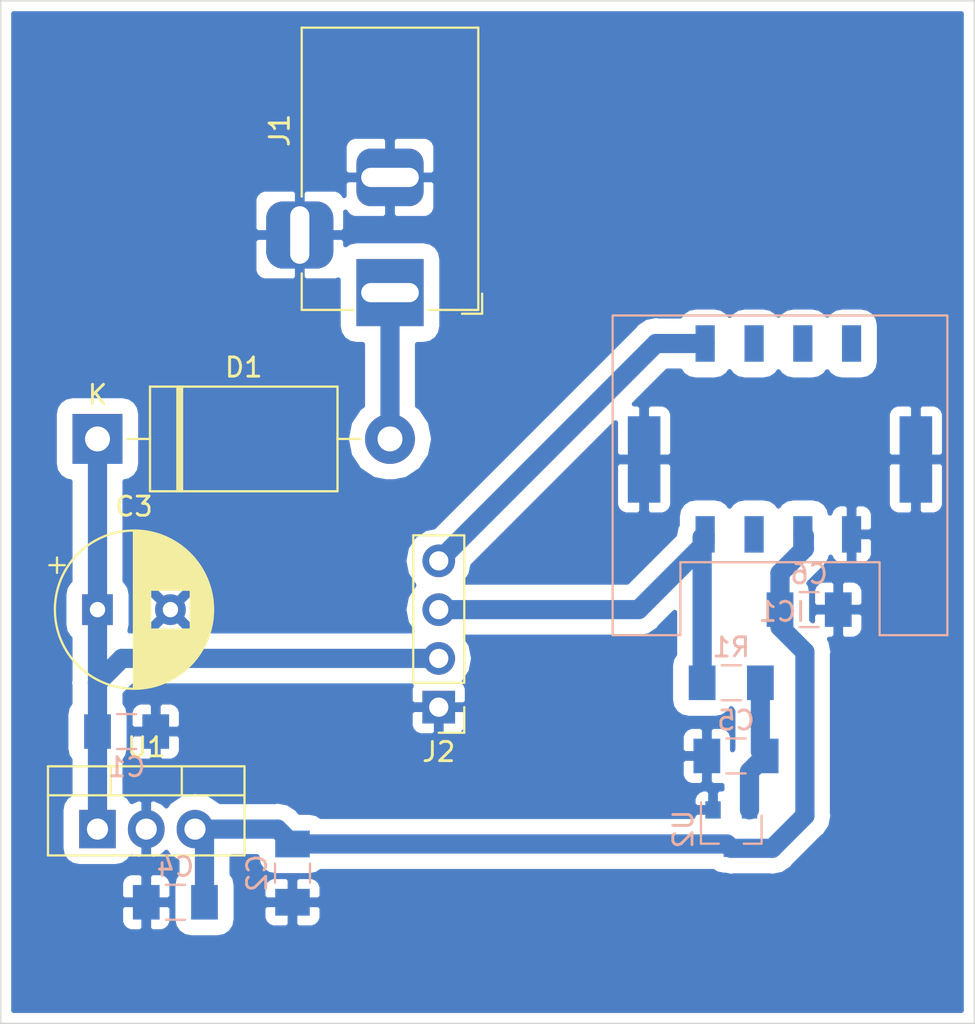
<source format=kicad_pcb>
(kicad_pcb (version 20171130) (host pcbnew 5.0.0-rc2-dev-unknown+dfsg1+20180318-3)

  (general
    (thickness 1.6)
    (drawings 5)
    (tracks 33)
    (zones 0)
    (modules 13)
    (nets 12)
  )

  (page A4)
  (layers
    (0 F.Cu signal hide)
    (31 B.Cu signal)
    (32 B.Adhes user hide)
    (33 F.Adhes user hide)
    (34 B.Paste user hide)
    (35 F.Paste user hide)
    (36 B.SilkS user hide)
    (37 F.SilkS user hide)
    (38 B.Mask user hide)
    (39 F.Mask user hide)
    (40 Dwgs.User user hide)
    (41 Cmts.User user hide)
    (42 Eco1.User user hide)
    (43 Eco2.User user hide)
    (44 Edge.Cuts user hide)
    (45 Margin user hide)
    (46 B.CrtYd user hide)
    (47 F.CrtYd user hide)
    (48 B.Fab user hide)
    (49 F.Fab user hide)
  )

  (setup
    (last_trace_width 1)
    (trace_clearance 0.8)
    (zone_clearance 0.508)
    (zone_45_only no)
    (trace_min 0.2)
    (segment_width 0.2)
    (edge_width 0.15)
    (via_size 1.2)
    (via_drill 0.6)
    (via_min_size 0.4)
    (via_min_drill 0.3)
    (uvia_size 0.3)
    (uvia_drill 0.1)
    (uvias_allowed no)
    (uvia_min_size 0.2)
    (uvia_min_drill 0.1)
    (pcb_text_width 0.3)
    (pcb_text_size 1.5 1.5)
    (mod_edge_width 0.15)
    (mod_text_size 1 1)
    (mod_text_width 0.15)
    (pad_size 1.524 1.524)
    (pad_drill 0.762)
    (pad_to_mask_clearance 0.2)
    (aux_axis_origin 0 0)
    (visible_elements FFFFFF7F)
    (pcbplotparams
      (layerselection 0x00000_fffffffe)
      (usegerberextensions false)
      (usegerberattributes false)
      (usegerberadvancedattributes false)
      (creategerberjobfile false)
      (excludeedgelayer true)
      (linewidth 0.100000)
      (plotframeref false)
      (viasonmask true)
      (mode 1)
      (useauxorigin false)
      (hpglpennumber 1)
      (hpglpenspeed 20)
      (hpglpendiameter 15)
      (psnegative false)
      (psa4output false)
      (plotreference true)
      (plotvalue true)
      (plotinvisibletext false)
      (padsonsilk false)
      (subtractmaskfromsilk false)
      (outputformat 4)
      (mirror false)
      (drillshape 1)
      (scaleselection 1)
      (outputdirectory ""))
  )

  (net 0 "")
  (net 1 +5V)
  (net 2 FAN_SPEED)
  (net 3 +12V)
  (net 4 GND)
  (net 5 +3V3)
  (net 6 "Net-(D1-Pad2)")
  (net 7 FAN_PWM)
  (net 8 "Net-(IC1-Pad2)")
  (net 9 "Net-(IC1-Pad6)")
  (net 10 "Net-(IC1-Pad7)")
  (net 11 "Net-(IC1-Pad8)")

  (net_class Default "Toto je výchozí třída sítě."
    (clearance 0.8)
    (trace_width 1)
    (via_dia 1.2)
    (via_drill 0.6)
    (uvia_dia 0.3)
    (uvia_drill 0.1)
    (add_net +12V)
    (add_net +3V3)
    (add_net +5V)
    (add_net FAN_PWM)
    (add_net FAN_SPEED)
    (add_net GND)
    (add_net "Net-(D1-Pad2)")
    (add_net "Net-(IC1-Pad2)")
    (add_net "Net-(IC1-Pad6)")
    (add_net "Net-(IC1-Pad7)")
    (add_net "Net-(IC1-Pad8)")
  )

  (module RF_Module:IQRF_TRx2DA_KON-SIM-01 (layer B.Cu) (tedit 5AB8D6B7) (tstamp 5B020ED8)
    (at 129.54 85.09)
    (descr "8 pin SIM connector for IQRF TR-x2DA(T) modules")
    (tags "IQRF_KON-SIM-01 IQRF_TRx2DA")
    (path /5ADFE87E)
    (attr smd)
    (fp_text reference IC1 (at 0.1 9) (layer B.SilkS)
      (effects (font (size 1 1) (thickness 0.15)) (justify mirror))
    )
    (fp_text value TR-72D (at 0 -23) (layer B.Fab)
      (effects (font (size 1 1) (thickness 0.15)) (justify mirror))
    )
    (fp_text user %R (at 0 -20) (layer B.Fab)
      (effects (font (size 1 1) (thickness 0.15)) (justify mirror))
    )
    (fp_line (start -9 -21.5) (end 9 -21.5) (layer B.CrtYd) (width 0.05))
    (fp_line (start -9 -21.5) (end -9 10.5) (layer B.CrtYd) (width 0.05))
    (fp_line (start -9 10.5) (end 9 10.5) (layer B.CrtYd) (width 0.05))
    (fp_line (start 9 -21.5) (end 9 10.5) (layer B.CrtYd) (width 0.05))
    (fp_line (start -5.19 10.22) (end -5.19 6.42) (layer B.SilkS) (width 0.12))
    (fp_line (start -5.19 6.42) (end 5.19 6.42) (layer B.SilkS) (width 0.12))
    (fp_line (start 5.19 6.42) (end 5.19 10.22) (layer B.SilkS) (width 0.12))
    (fp_line (start -8.72 10.22) (end -5.19 10.22) (layer B.SilkS) (width 0.12))
    (fp_line (start -8.72 -6.43) (end -8.72 10.22) (layer B.SilkS) (width 0.12))
    (fp_line (start 5.19 10.22) (end 8.72 10.22) (layer B.SilkS) (width 0.12))
    (fp_line (start 8.72 -6.43) (end 8.72 10.22) (layer B.SilkS) (width 0.12))
    (fp_line (start -8.72 -6.43) (end 8.72 -6.43) (layer B.SilkS) (width 0.12))
    (fp_line (start -5.69 9.72) (end -5.69 5.92) (layer B.Fab) (width 0.1))
    (fp_line (start 5.69 9.72) (end 5.69 5.92) (layer B.Fab) (width 0.1))
    (fp_line (start 5.69 9.72) (end 8.22 9.72) (layer B.Fab) (width 0.1))
    (fp_line (start -8.22 9.72) (end -5.69 9.72) (layer B.Fab) (width 0.1))
    (fp_line (start -5.69 5.92) (end 5.69 5.92) (layer B.Fab) (width 0.1))
    (fp_line (start 8.22 -5.93) (end 8.22 9.72) (layer B.Fab) (width 0.1))
    (fp_line (start -8.22 -5.93) (end 8.22 -5.93) (layer B.Fab) (width 0.1))
    (fp_line (start -8.22 9.72) (end -8.22 -5.93) (layer B.Fab) (width 0.1))
    (pad 1 smd rect (at -3.9 4.97) (size 1 1.9) (layers B.Cu B.Paste B.Mask)
      (net 2 FAN_SPEED))
    (pad 2 smd rect (at -1.35 4.97) (size 1 1.9) (layers B.Cu B.Paste B.Mask)
      (net 8 "Net-(IC1-Pad2)"))
    (pad 3 smd rect (at 1.19 4.97) (size 1 1.9) (layers B.Cu B.Paste B.Mask)
      (net 1 +5V))
    (pad 4 smd rect (at 3.73 4.97) (size 1 1.9) (layers B.Cu B.Paste B.Mask)
      (net 4 GND))
    (pad 5 smd rect (at -3.9 -4.97) (size 1 1.9) (layers B.Cu B.Paste B.Mask)
      (net 7 FAN_PWM))
    (pad 6 smd rect (at -1.35 -4.97) (size 1 1.9) (layers B.Cu B.Paste B.Mask)
      (net 9 "Net-(IC1-Pad6)"))
    (pad 7 smd rect (at 1.19 -4.97) (size 1 1.9) (layers B.Cu B.Paste B.Mask)
      (net 10 "Net-(IC1-Pad7)"))
    (pad 8 smd rect (at 3.73 -4.97) (size 1 1.9) (layers B.Cu B.Paste B.Mask)
      (net 11 "Net-(IC1-Pad8)"))
    (pad 9 smd rect (at -7.08 1.07) (size 1.7 4.5) (layers B.Cu B.Paste B.Mask)
      (net 4 GND))
    (pad 9 smd rect (at 7.08 1.07) (size 1.7 4.5) (layers B.Cu B.Paste B.Mask)
      (net 4 GND))
    (model ${KISYS3DMOD}/RF_Module.3dshapes/IQRF_TRx2DA_KON-SIM-01.wrl
      (at (xyz 0 0 0))
      (scale (xyz 1 1 1))
      (rotate (xyz 0 0 0))
    )
  )

  (module Capacitor_SMD:C_1206_3216Metric_Pad1.39x1.80mm_HandSolder (layer B.Cu) (tedit 5AC5DB74) (tstamp 5B021A50)
    (at 131.0575 93.98 180)
    (descr "Capacitor SMD 1206 (3216 Metric), square (rectangular) end terminal, IPC_7351 nominal with elongated pad for handsoldering. (Body size source: http://www.tortai-tech.com/upload/download/2011102023233369053.pdf), generated with kicad-footprint-generator")
    (tags "capacitor handsolder")
    (path /5AE01CBE)
    (attr smd)
    (fp_text reference C6 (at 0 1.85 180) (layer B.SilkS)
      (effects (font (size 1 1) (thickness 0.15)) (justify mirror))
    )
    (fp_text value 100n (at 0 -1.85 180) (layer B.Fab)
      (effects (font (size 1 1) (thickness 0.15)) (justify mirror))
    )
    (fp_line (start -1.6 -0.8) (end -1.6 0.8) (layer B.Fab) (width 0.1))
    (fp_line (start -1.6 0.8) (end 1.6 0.8) (layer B.Fab) (width 0.1))
    (fp_line (start 1.6 0.8) (end 1.6 -0.8) (layer B.Fab) (width 0.1))
    (fp_line (start 1.6 -0.8) (end -1.6 -0.8) (layer B.Fab) (width 0.1))
    (fp_line (start -0.5 0.91) (end 0.5 0.91) (layer B.SilkS) (width 0.12))
    (fp_line (start -0.5 -0.91) (end 0.5 -0.91) (layer B.SilkS) (width 0.12))
    (fp_line (start -2.46 -1.15) (end -2.46 1.15) (layer B.CrtYd) (width 0.05))
    (fp_line (start -2.46 1.15) (end 2.46 1.15) (layer B.CrtYd) (width 0.05))
    (fp_line (start 2.46 1.15) (end 2.46 -1.15) (layer B.CrtYd) (width 0.05))
    (fp_line (start 2.46 -1.15) (end -2.46 -1.15) (layer B.CrtYd) (width 0.05))
    (fp_text user %R (at 0 0 180) (layer F.Fab)
      (effects (font (size 0.8 0.8) (thickness 0.12)))
    )
    (pad 1 smd rect (at -1.5175 0 180) (size 1.395 1.8) (layers B.Cu B.Paste B.Mask)
      (net 4 GND))
    (pad 2 smd rect (at 1.5175 0 180) (size 1.395 1.8) (layers B.Cu B.Paste B.Mask)
      (net 1 +5V))
    (model ${KISYS3DMOD}/Capacitor_SMD.3dshapes/C_1206_3216Metric.wrl
      (at (xyz 0 0 0))
      (scale (xyz 1 1 1))
      (rotate (xyz 0 0 0))
    )
  )

  (module Capacitor_SMD:C_1206_3216Metric_Pad1.39x1.80mm_HandSolder (layer B.Cu) (tedit 5AC5DB74) (tstamp 5B0146AE)
    (at 127.2475 101.6 180)
    (descr "Capacitor SMD 1206 (3216 Metric), square (rectangular) end terminal, IPC_7351 nominal with elongated pad for handsoldering. (Body size source: http://www.tortai-tech.com/upload/download/2011102023233369053.pdf), generated with kicad-footprint-generator")
    (tags "capacitor handsolder")
    (path /5AE0D1A1)
    (attr smd)
    (fp_text reference C5 (at 0 1.85 180) (layer B.SilkS)
      (effects (font (size 1 1) (thickness 0.15)) (justify mirror))
    )
    (fp_text value 100n (at 0 -1.85 180) (layer B.Fab)
      (effects (font (size 1 1) (thickness 0.15)) (justify mirror))
    )
    (fp_text user %R (at 0 0 180) (layer B.Fab)
      (effects (font (size 0.8 0.8) (thickness 0.12)) (justify mirror))
    )
    (fp_line (start 2.46 -1.15) (end -2.46 -1.15) (layer B.CrtYd) (width 0.05))
    (fp_line (start 2.46 1.15) (end 2.46 -1.15) (layer B.CrtYd) (width 0.05))
    (fp_line (start -2.46 1.15) (end 2.46 1.15) (layer B.CrtYd) (width 0.05))
    (fp_line (start -2.46 -1.15) (end -2.46 1.15) (layer B.CrtYd) (width 0.05))
    (fp_line (start -0.5 -0.91) (end 0.5 -0.91) (layer B.SilkS) (width 0.12))
    (fp_line (start -0.5 0.91) (end 0.5 0.91) (layer B.SilkS) (width 0.12))
    (fp_line (start 1.6 -0.8) (end -1.6 -0.8) (layer B.Fab) (width 0.1))
    (fp_line (start 1.6 0.8) (end 1.6 -0.8) (layer B.Fab) (width 0.1))
    (fp_line (start -1.6 0.8) (end 1.6 0.8) (layer B.Fab) (width 0.1))
    (fp_line (start -1.6 -0.8) (end -1.6 0.8) (layer B.Fab) (width 0.1))
    (pad 2 smd rect (at 1.5175 0 180) (size 1.395 1.8) (layers B.Cu B.Paste B.Mask)
      (net 4 GND))
    (pad 1 smd rect (at -1.5175 0 180) (size 1.395 1.8) (layers B.Cu B.Paste B.Mask)
      (net 5 +3V3))
    (model ${KISYS3DMOD}/Capacitor_SMD.3dshapes/C_1206_3216Metric.wrl
      (at (xyz 0 0 0))
      (scale (xyz 1 1 1))
      (rotate (xyz 0 0 0))
    )
  )

  (module Capacitor_SMD:C_1206_3216Metric_Pad1.39x1.80mm_HandSolder (layer B.Cu) (tedit 5AC5DB74) (tstamp 5B01469D)
    (at 98.0375 109.22 180)
    (descr "Capacitor SMD 1206 (3216 Metric), square (rectangular) end terminal, IPC_7351 nominal with elongated pad for handsoldering. (Body size source: http://www.tortai-tech.com/upload/download/2011102023233369053.pdf), generated with kicad-footprint-generator")
    (tags "capacitor handsolder")
    (path /5AE12CA4)
    (attr smd)
    (fp_text reference C4 (at 0 1.85 180) (layer B.SilkS)
      (effects (font (size 1 1) (thickness 0.15)) (justify mirror))
    )
    (fp_text value 100n (at 0 -1.85 180) (layer B.Fab)
      (effects (font (size 1 1) (thickness 0.15)) (justify mirror))
    )
    (fp_line (start -1.6 -0.8) (end -1.6 0.8) (layer B.Fab) (width 0.1))
    (fp_line (start -1.6 0.8) (end 1.6 0.8) (layer B.Fab) (width 0.1))
    (fp_line (start 1.6 0.8) (end 1.6 -0.8) (layer B.Fab) (width 0.1))
    (fp_line (start 1.6 -0.8) (end -1.6 -0.8) (layer B.Fab) (width 0.1))
    (fp_line (start -0.5 0.91) (end 0.5 0.91) (layer B.SilkS) (width 0.12))
    (fp_line (start -0.5 -0.91) (end 0.5 -0.91) (layer B.SilkS) (width 0.12))
    (fp_line (start -2.46 -1.15) (end -2.46 1.15) (layer B.CrtYd) (width 0.05))
    (fp_line (start -2.46 1.15) (end 2.46 1.15) (layer B.CrtYd) (width 0.05))
    (fp_line (start 2.46 1.15) (end 2.46 -1.15) (layer B.CrtYd) (width 0.05))
    (fp_line (start 2.46 -1.15) (end -2.46 -1.15) (layer B.CrtYd) (width 0.05))
    (fp_text user %R (at 0 0 180) (layer B.Fab)
      (effects (font (size 0.8 0.8) (thickness 0.12)) (justify mirror))
    )
    (pad 1 smd rect (at -1.5175 0 180) (size 1.395 1.8) (layers B.Cu B.Paste B.Mask)
      (net 1 +5V))
    (pad 2 smd rect (at 1.5175 0 180) (size 1.395 1.8) (layers B.Cu B.Paste B.Mask)
      (net 4 GND))
    (model ${KISYS3DMOD}/Capacitor_SMD.3dshapes/C_1206_3216Metric.wrl
      (at (xyz 0 0 0))
      (scale (xyz 1 1 1))
      (rotate (xyz 0 0 0))
    )
  )

  (module Capacitor_SMD:C_1206_3216Metric_Pad1.39x1.80mm_HandSolder (layer B.Cu) (tedit 5AC5DB74) (tstamp 5B021EAD)
    (at 104.14 107.7025 270)
    (descr "Capacitor SMD 1206 (3216 Metric), square (rectangular) end terminal, IPC_7351 nominal with elongated pad for handsoldering. (Body size source: http://www.tortai-tech.com/upload/download/2011102023233369053.pdf), generated with kicad-footprint-generator")
    (tags "capacitor handsolder")
    (path /5AE0D55B)
    (attr smd)
    (fp_text reference C2 (at 0 1.85 270) (layer B.SilkS)
      (effects (font (size 1 1) (thickness 0.15)) (justify mirror))
    )
    (fp_text value 100n (at 0 -1.85 270) (layer B.Fab)
      (effects (font (size 1 1) (thickness 0.15)) (justify mirror))
    )
    (fp_text user %R (at 0 0 270) (layer B.Fab)
      (effects (font (size 0.8 0.8) (thickness 0.12)) (justify mirror))
    )
    (fp_line (start 2.46 -1.15) (end -2.46 -1.15) (layer B.CrtYd) (width 0.05))
    (fp_line (start 2.46 1.15) (end 2.46 -1.15) (layer B.CrtYd) (width 0.05))
    (fp_line (start -2.46 1.15) (end 2.46 1.15) (layer B.CrtYd) (width 0.05))
    (fp_line (start -2.46 -1.15) (end -2.46 1.15) (layer B.CrtYd) (width 0.05))
    (fp_line (start -0.5 -0.91) (end 0.5 -0.91) (layer B.SilkS) (width 0.12))
    (fp_line (start -0.5 0.91) (end 0.5 0.91) (layer B.SilkS) (width 0.12))
    (fp_line (start 1.6 -0.8) (end -1.6 -0.8) (layer B.Fab) (width 0.1))
    (fp_line (start 1.6 0.8) (end 1.6 -0.8) (layer B.Fab) (width 0.1))
    (fp_line (start -1.6 0.8) (end 1.6 0.8) (layer B.Fab) (width 0.1))
    (fp_line (start -1.6 -0.8) (end -1.6 0.8) (layer B.Fab) (width 0.1))
    (pad 2 smd rect (at 1.5175 0 270) (size 1.395 1.8) (layers B.Cu B.Paste B.Mask)
      (net 4 GND))
    (pad 1 smd rect (at -1.5175 0 270) (size 1.395 1.8) (layers B.Cu B.Paste B.Mask)
      (net 1 +5V))
    (model ${KISYS3DMOD}/Capacitor_SMD.3dshapes/C_1206_3216Metric.wrl
      (at (xyz 0 0 0))
      (scale (xyz 1 1 1))
      (rotate (xyz 0 0 0))
    )
  )

  (module Capacitor_SMD:C_1206_3216Metric_Pad1.39x1.80mm_HandSolder (layer B.Cu) (tedit 5AC5DB74) (tstamp 5B0219DD)
    (at 95.4975 100.33)
    (descr "Capacitor SMD 1206 (3216 Metric), square (rectangular) end terminal, IPC_7351 nominal with elongated pad for handsoldering. (Body size source: http://www.tortai-tech.com/upload/download/2011102023233369053.pdf), generated with kicad-footprint-generator")
    (tags "capacitor handsolder")
    (path /5AE12E10)
    (attr smd)
    (fp_text reference C1 (at 0 1.85) (layer B.SilkS)
      (effects (font (size 1 1) (thickness 0.15)) (justify mirror))
    )
    (fp_text value 100n (at 0 -1.85) (layer B.Fab)
      (effects (font (size 1 1) (thickness 0.15)) (justify mirror))
    )
    (fp_line (start -1.6 -0.8) (end -1.6 0.8) (layer B.Fab) (width 0.1))
    (fp_line (start -1.6 0.8) (end 1.6 0.8) (layer B.Fab) (width 0.1))
    (fp_line (start 1.6 0.8) (end 1.6 -0.8) (layer B.Fab) (width 0.1))
    (fp_line (start 1.6 -0.8) (end -1.6 -0.8) (layer B.Fab) (width 0.1))
    (fp_line (start -0.5 0.91) (end 0.5 0.91) (layer B.SilkS) (width 0.12))
    (fp_line (start -0.5 -0.91) (end 0.5 -0.91) (layer B.SilkS) (width 0.12))
    (fp_line (start -2.46 -1.15) (end -2.46 1.15) (layer B.CrtYd) (width 0.05))
    (fp_line (start -2.46 1.15) (end 2.46 1.15) (layer B.CrtYd) (width 0.05))
    (fp_line (start 2.46 1.15) (end 2.46 -1.15) (layer B.CrtYd) (width 0.05))
    (fp_line (start 2.46 -1.15) (end -2.46 -1.15) (layer B.CrtYd) (width 0.05))
    (fp_text user %R (at 0 0) (layer B.Fab)
      (effects (font (size 0.8 0.8) (thickness 0.12)) (justify mirror))
    )
    (pad 1 smd rect (at -1.5175 0) (size 1.395 1.8) (layers B.Cu B.Paste B.Mask)
      (net 3 +12V))
    (pad 2 smd rect (at 1.5175 0) (size 1.395 1.8) (layers B.Cu B.Paste B.Mask)
      (net 4 GND))
    (model ${KISYS3DMOD}/Capacitor_SMD.3dshapes/C_1206_3216Metric.wrl
      (at (xyz 0 0 0))
      (scale (xyz 1 1 1))
      (rotate (xyz 0 0 0))
    )
  )

  (module Capacitor_THT:CP_Radial_D8.0mm_P3.80mm (layer F.Cu) (tedit 5A533290) (tstamp 5B01466A)
    (at 93.98 93.98)
    (descr "CP, Radial series, Radial, pin pitch=3.80mm, , diameter=8mm, Electrolytic Capacitor")
    (tags "CP Radial series Radial pin pitch 3.80mm  diameter 8mm Electrolytic Capacitor")
    (path /5ADFC4C3)
    (fp_text reference C3 (at 1.9 -5.37) (layer F.SilkS)
      (effects (font (size 1 1) (thickness 0.15)))
    )
    (fp_text value CP (at 1.9 5.37) (layer F.Fab)
      (effects (font (size 1 1) (thickness 0.15)))
    )
    (fp_circle (center 1.9 0) (end 5.9 0) (layer F.Fab) (width 0.1))
    (fp_circle (center 1.9 0) (end 6.02 0) (layer F.SilkS) (width 0.12))
    (fp_circle (center 1.9 0) (end 6.15 0) (layer F.CrtYd) (width 0.05))
    (fp_line (start -1.526759 -1.7475) (end -0.726759 -1.7475) (layer F.Fab) (width 0.1))
    (fp_line (start -1.126759 -2.1475) (end -1.126759 -1.3475) (layer F.Fab) (width 0.1))
    (fp_line (start 1.9 -4.08) (end 1.9 4.08) (layer F.SilkS) (width 0.12))
    (fp_line (start 1.94 -4.08) (end 1.94 4.08) (layer F.SilkS) (width 0.12))
    (fp_line (start 1.98 -4.08) (end 1.98 4.08) (layer F.SilkS) (width 0.12))
    (fp_line (start 2.02 -4.079) (end 2.02 4.079) (layer F.SilkS) (width 0.12))
    (fp_line (start 2.06 -4.077) (end 2.06 4.077) (layer F.SilkS) (width 0.12))
    (fp_line (start 2.1 -4.076) (end 2.1 4.076) (layer F.SilkS) (width 0.12))
    (fp_line (start 2.14 -4.074) (end 2.14 4.074) (layer F.SilkS) (width 0.12))
    (fp_line (start 2.18 -4.071) (end 2.18 4.071) (layer F.SilkS) (width 0.12))
    (fp_line (start 2.22 -4.068) (end 2.22 4.068) (layer F.SilkS) (width 0.12))
    (fp_line (start 2.26 -4.065) (end 2.26 4.065) (layer F.SilkS) (width 0.12))
    (fp_line (start 2.3 -4.061) (end 2.3 4.061) (layer F.SilkS) (width 0.12))
    (fp_line (start 2.34 -4.057) (end 2.34 4.057) (layer F.SilkS) (width 0.12))
    (fp_line (start 2.38 -4.052) (end 2.38 4.052) (layer F.SilkS) (width 0.12))
    (fp_line (start 2.42 -4.048) (end 2.42 4.048) (layer F.SilkS) (width 0.12))
    (fp_line (start 2.46 -4.042) (end 2.46 4.042) (layer F.SilkS) (width 0.12))
    (fp_line (start 2.5 -4.037) (end 2.5 4.037) (layer F.SilkS) (width 0.12))
    (fp_line (start 2.54 -4.03) (end 2.54 4.03) (layer F.SilkS) (width 0.12))
    (fp_line (start 2.58 -4.024) (end 2.58 4.024) (layer F.SilkS) (width 0.12))
    (fp_line (start 2.621 -4.017) (end 2.621 4.017) (layer F.SilkS) (width 0.12))
    (fp_line (start 2.661 -4.01) (end 2.661 4.01) (layer F.SilkS) (width 0.12))
    (fp_line (start 2.701 -4.002) (end 2.701 4.002) (layer F.SilkS) (width 0.12))
    (fp_line (start 2.741 -3.994) (end 2.741 3.994) (layer F.SilkS) (width 0.12))
    (fp_line (start 2.781 -3.985) (end 2.781 -1.04) (layer F.SilkS) (width 0.12))
    (fp_line (start 2.781 1.04) (end 2.781 3.985) (layer F.SilkS) (width 0.12))
    (fp_line (start 2.821 -3.976) (end 2.821 -1.04) (layer F.SilkS) (width 0.12))
    (fp_line (start 2.821 1.04) (end 2.821 3.976) (layer F.SilkS) (width 0.12))
    (fp_line (start 2.861 -3.967) (end 2.861 -1.04) (layer F.SilkS) (width 0.12))
    (fp_line (start 2.861 1.04) (end 2.861 3.967) (layer F.SilkS) (width 0.12))
    (fp_line (start 2.901 -3.957) (end 2.901 -1.04) (layer F.SilkS) (width 0.12))
    (fp_line (start 2.901 1.04) (end 2.901 3.957) (layer F.SilkS) (width 0.12))
    (fp_line (start 2.941 -3.947) (end 2.941 -1.04) (layer F.SilkS) (width 0.12))
    (fp_line (start 2.941 1.04) (end 2.941 3.947) (layer F.SilkS) (width 0.12))
    (fp_line (start 2.981 -3.936) (end 2.981 -1.04) (layer F.SilkS) (width 0.12))
    (fp_line (start 2.981 1.04) (end 2.981 3.936) (layer F.SilkS) (width 0.12))
    (fp_line (start 3.021 -3.925) (end 3.021 -1.04) (layer F.SilkS) (width 0.12))
    (fp_line (start 3.021 1.04) (end 3.021 3.925) (layer F.SilkS) (width 0.12))
    (fp_line (start 3.061 -3.914) (end 3.061 -1.04) (layer F.SilkS) (width 0.12))
    (fp_line (start 3.061 1.04) (end 3.061 3.914) (layer F.SilkS) (width 0.12))
    (fp_line (start 3.101 -3.902) (end 3.101 -1.04) (layer F.SilkS) (width 0.12))
    (fp_line (start 3.101 1.04) (end 3.101 3.902) (layer F.SilkS) (width 0.12))
    (fp_line (start 3.141 -3.889) (end 3.141 -1.04) (layer F.SilkS) (width 0.12))
    (fp_line (start 3.141 1.04) (end 3.141 3.889) (layer F.SilkS) (width 0.12))
    (fp_line (start 3.181 -3.877) (end 3.181 -1.04) (layer F.SilkS) (width 0.12))
    (fp_line (start 3.181 1.04) (end 3.181 3.877) (layer F.SilkS) (width 0.12))
    (fp_line (start 3.221 -3.863) (end 3.221 -1.04) (layer F.SilkS) (width 0.12))
    (fp_line (start 3.221 1.04) (end 3.221 3.863) (layer F.SilkS) (width 0.12))
    (fp_line (start 3.261 -3.85) (end 3.261 -1.04) (layer F.SilkS) (width 0.12))
    (fp_line (start 3.261 1.04) (end 3.261 3.85) (layer F.SilkS) (width 0.12))
    (fp_line (start 3.301 -3.835) (end 3.301 -1.04) (layer F.SilkS) (width 0.12))
    (fp_line (start 3.301 1.04) (end 3.301 3.835) (layer F.SilkS) (width 0.12))
    (fp_line (start 3.341 -3.821) (end 3.341 -1.04) (layer F.SilkS) (width 0.12))
    (fp_line (start 3.341 1.04) (end 3.341 3.821) (layer F.SilkS) (width 0.12))
    (fp_line (start 3.381 -3.805) (end 3.381 -1.04) (layer F.SilkS) (width 0.12))
    (fp_line (start 3.381 1.04) (end 3.381 3.805) (layer F.SilkS) (width 0.12))
    (fp_line (start 3.421 -3.79) (end 3.421 -1.04) (layer F.SilkS) (width 0.12))
    (fp_line (start 3.421 1.04) (end 3.421 3.79) (layer F.SilkS) (width 0.12))
    (fp_line (start 3.461 -3.774) (end 3.461 -1.04) (layer F.SilkS) (width 0.12))
    (fp_line (start 3.461 1.04) (end 3.461 3.774) (layer F.SilkS) (width 0.12))
    (fp_line (start 3.501 -3.757) (end 3.501 -1.04) (layer F.SilkS) (width 0.12))
    (fp_line (start 3.501 1.04) (end 3.501 3.757) (layer F.SilkS) (width 0.12))
    (fp_line (start 3.541 -3.74) (end 3.541 -1.04) (layer F.SilkS) (width 0.12))
    (fp_line (start 3.541 1.04) (end 3.541 3.74) (layer F.SilkS) (width 0.12))
    (fp_line (start 3.581 -3.722) (end 3.581 -1.04) (layer F.SilkS) (width 0.12))
    (fp_line (start 3.581 1.04) (end 3.581 3.722) (layer F.SilkS) (width 0.12))
    (fp_line (start 3.621 -3.704) (end 3.621 -1.04) (layer F.SilkS) (width 0.12))
    (fp_line (start 3.621 1.04) (end 3.621 3.704) (layer F.SilkS) (width 0.12))
    (fp_line (start 3.661 -3.686) (end 3.661 -1.04) (layer F.SilkS) (width 0.12))
    (fp_line (start 3.661 1.04) (end 3.661 3.686) (layer F.SilkS) (width 0.12))
    (fp_line (start 3.701 -3.666) (end 3.701 -1.04) (layer F.SilkS) (width 0.12))
    (fp_line (start 3.701 1.04) (end 3.701 3.666) (layer F.SilkS) (width 0.12))
    (fp_line (start 3.741 -3.647) (end 3.741 -1.04) (layer F.SilkS) (width 0.12))
    (fp_line (start 3.741 1.04) (end 3.741 3.647) (layer F.SilkS) (width 0.12))
    (fp_line (start 3.781 -3.627) (end 3.781 -1.04) (layer F.SilkS) (width 0.12))
    (fp_line (start 3.781 1.04) (end 3.781 3.627) (layer F.SilkS) (width 0.12))
    (fp_line (start 3.821 -3.606) (end 3.821 -1.04) (layer F.SilkS) (width 0.12))
    (fp_line (start 3.821 1.04) (end 3.821 3.606) (layer F.SilkS) (width 0.12))
    (fp_line (start 3.861 -3.584) (end 3.861 -1.04) (layer F.SilkS) (width 0.12))
    (fp_line (start 3.861 1.04) (end 3.861 3.584) (layer F.SilkS) (width 0.12))
    (fp_line (start 3.901 -3.562) (end 3.901 -1.04) (layer F.SilkS) (width 0.12))
    (fp_line (start 3.901 1.04) (end 3.901 3.562) (layer F.SilkS) (width 0.12))
    (fp_line (start 3.941 -3.54) (end 3.941 -1.04) (layer F.SilkS) (width 0.12))
    (fp_line (start 3.941 1.04) (end 3.941 3.54) (layer F.SilkS) (width 0.12))
    (fp_line (start 3.981 -3.517) (end 3.981 -1.04) (layer F.SilkS) (width 0.12))
    (fp_line (start 3.981 1.04) (end 3.981 3.517) (layer F.SilkS) (width 0.12))
    (fp_line (start 4.021 -3.493) (end 4.021 -1.04) (layer F.SilkS) (width 0.12))
    (fp_line (start 4.021 1.04) (end 4.021 3.493) (layer F.SilkS) (width 0.12))
    (fp_line (start 4.061 -3.469) (end 4.061 -1.04) (layer F.SilkS) (width 0.12))
    (fp_line (start 4.061 1.04) (end 4.061 3.469) (layer F.SilkS) (width 0.12))
    (fp_line (start 4.101 -3.444) (end 4.101 -1.04) (layer F.SilkS) (width 0.12))
    (fp_line (start 4.101 1.04) (end 4.101 3.444) (layer F.SilkS) (width 0.12))
    (fp_line (start 4.141 -3.418) (end 4.141 -1.04) (layer F.SilkS) (width 0.12))
    (fp_line (start 4.141 1.04) (end 4.141 3.418) (layer F.SilkS) (width 0.12))
    (fp_line (start 4.181 -3.392) (end 4.181 -1.04) (layer F.SilkS) (width 0.12))
    (fp_line (start 4.181 1.04) (end 4.181 3.392) (layer F.SilkS) (width 0.12))
    (fp_line (start 4.221 -3.365) (end 4.221 -1.04) (layer F.SilkS) (width 0.12))
    (fp_line (start 4.221 1.04) (end 4.221 3.365) (layer F.SilkS) (width 0.12))
    (fp_line (start 4.261 -3.338) (end 4.261 -1.04) (layer F.SilkS) (width 0.12))
    (fp_line (start 4.261 1.04) (end 4.261 3.338) (layer F.SilkS) (width 0.12))
    (fp_line (start 4.301 -3.309) (end 4.301 -1.04) (layer F.SilkS) (width 0.12))
    (fp_line (start 4.301 1.04) (end 4.301 3.309) (layer F.SilkS) (width 0.12))
    (fp_line (start 4.341 -3.28) (end 4.341 -1.04) (layer F.SilkS) (width 0.12))
    (fp_line (start 4.341 1.04) (end 4.341 3.28) (layer F.SilkS) (width 0.12))
    (fp_line (start 4.381 -3.25) (end 4.381 -1.04) (layer F.SilkS) (width 0.12))
    (fp_line (start 4.381 1.04) (end 4.381 3.25) (layer F.SilkS) (width 0.12))
    (fp_line (start 4.421 -3.22) (end 4.421 -1.04) (layer F.SilkS) (width 0.12))
    (fp_line (start 4.421 1.04) (end 4.421 3.22) (layer F.SilkS) (width 0.12))
    (fp_line (start 4.461 -3.189) (end 4.461 -1.04) (layer F.SilkS) (width 0.12))
    (fp_line (start 4.461 1.04) (end 4.461 3.189) (layer F.SilkS) (width 0.12))
    (fp_line (start 4.501 -3.156) (end 4.501 -1.04) (layer F.SilkS) (width 0.12))
    (fp_line (start 4.501 1.04) (end 4.501 3.156) (layer F.SilkS) (width 0.12))
    (fp_line (start 4.541 -3.124) (end 4.541 -1.04) (layer F.SilkS) (width 0.12))
    (fp_line (start 4.541 1.04) (end 4.541 3.124) (layer F.SilkS) (width 0.12))
    (fp_line (start 4.581 -3.09) (end 4.581 -1.04) (layer F.SilkS) (width 0.12))
    (fp_line (start 4.581 1.04) (end 4.581 3.09) (layer F.SilkS) (width 0.12))
    (fp_line (start 4.621 -3.055) (end 4.621 -1.04) (layer F.SilkS) (width 0.12))
    (fp_line (start 4.621 1.04) (end 4.621 3.055) (layer F.SilkS) (width 0.12))
    (fp_line (start 4.661 -3.019) (end 4.661 -1.04) (layer F.SilkS) (width 0.12))
    (fp_line (start 4.661 1.04) (end 4.661 3.019) (layer F.SilkS) (width 0.12))
    (fp_line (start 4.701 -2.983) (end 4.701 -1.04) (layer F.SilkS) (width 0.12))
    (fp_line (start 4.701 1.04) (end 4.701 2.983) (layer F.SilkS) (width 0.12))
    (fp_line (start 4.741 -2.945) (end 4.741 -1.04) (layer F.SilkS) (width 0.12))
    (fp_line (start 4.741 1.04) (end 4.741 2.945) (layer F.SilkS) (width 0.12))
    (fp_line (start 4.781 -2.907) (end 4.781 -1.04) (layer F.SilkS) (width 0.12))
    (fp_line (start 4.781 1.04) (end 4.781 2.907) (layer F.SilkS) (width 0.12))
    (fp_line (start 4.821 -2.867) (end 4.821 -1.04) (layer F.SilkS) (width 0.12))
    (fp_line (start 4.821 1.04) (end 4.821 2.867) (layer F.SilkS) (width 0.12))
    (fp_line (start 4.861 -2.826) (end 4.861 2.826) (layer F.SilkS) (width 0.12))
    (fp_line (start 4.901 -2.784) (end 4.901 2.784) (layer F.SilkS) (width 0.12))
    (fp_line (start 4.941 -2.741) (end 4.941 2.741) (layer F.SilkS) (width 0.12))
    (fp_line (start 4.981 -2.697) (end 4.981 2.697) (layer F.SilkS) (width 0.12))
    (fp_line (start 5.021 -2.651) (end 5.021 2.651) (layer F.SilkS) (width 0.12))
    (fp_line (start 5.061 -2.604) (end 5.061 2.604) (layer F.SilkS) (width 0.12))
    (fp_line (start 5.101 -2.556) (end 5.101 2.556) (layer F.SilkS) (width 0.12))
    (fp_line (start 5.141 -2.505) (end 5.141 2.505) (layer F.SilkS) (width 0.12))
    (fp_line (start 5.181 -2.454) (end 5.181 2.454) (layer F.SilkS) (width 0.12))
    (fp_line (start 5.221 -2.4) (end 5.221 2.4) (layer F.SilkS) (width 0.12))
    (fp_line (start 5.261 -2.345) (end 5.261 2.345) (layer F.SilkS) (width 0.12))
    (fp_line (start 5.301 -2.287) (end 5.301 2.287) (layer F.SilkS) (width 0.12))
    (fp_line (start 5.341 -2.228) (end 5.341 2.228) (layer F.SilkS) (width 0.12))
    (fp_line (start 5.381 -2.166) (end 5.381 2.166) (layer F.SilkS) (width 0.12))
    (fp_line (start 5.421 -2.102) (end 5.421 2.102) (layer F.SilkS) (width 0.12))
    (fp_line (start 5.461 -2.034) (end 5.461 2.034) (layer F.SilkS) (width 0.12))
    (fp_line (start 5.501 -1.964) (end 5.501 1.964) (layer F.SilkS) (width 0.12))
    (fp_line (start 5.541 -1.89) (end 5.541 1.89) (layer F.SilkS) (width 0.12))
    (fp_line (start 5.581 -1.813) (end 5.581 1.813) (layer F.SilkS) (width 0.12))
    (fp_line (start 5.621 -1.731) (end 5.621 1.731) (layer F.SilkS) (width 0.12))
    (fp_line (start 5.661 -1.645) (end 5.661 1.645) (layer F.SilkS) (width 0.12))
    (fp_line (start 5.701 -1.552) (end 5.701 1.552) (layer F.SilkS) (width 0.12))
    (fp_line (start 5.741 -1.453) (end 5.741 1.453) (layer F.SilkS) (width 0.12))
    (fp_line (start 5.781 -1.346) (end 5.781 1.346) (layer F.SilkS) (width 0.12))
    (fp_line (start 5.821 -1.229) (end 5.821 1.229) (layer F.SilkS) (width 0.12))
    (fp_line (start 5.861 -1.098) (end 5.861 1.098) (layer F.SilkS) (width 0.12))
    (fp_line (start 5.901 -0.948) (end 5.901 0.948) (layer F.SilkS) (width 0.12))
    (fp_line (start 5.941 -0.768) (end 5.941 0.768) (layer F.SilkS) (width 0.12))
    (fp_line (start 5.981 -0.533) (end 5.981 0.533) (layer F.SilkS) (width 0.12))
    (fp_line (start -2.509698 -2.315) (end -1.709698 -2.315) (layer F.SilkS) (width 0.12))
    (fp_line (start -2.109698 -2.715) (end -2.109698 -1.915) (layer F.SilkS) (width 0.12))
    (fp_text user %R (at 1.9 0) (layer F.Fab)
      (effects (font (size 1 1) (thickness 0.15)))
    )
    (pad 1 thru_hole rect (at 0 0) (size 1.6 1.6) (drill 0.8) (layers *.Cu *.Mask)
      (net 3 +12V))
    (pad 2 thru_hole circle (at 3.8 0) (size 1.6 1.6) (drill 0.8) (layers *.Cu *.Mask)
      (net 4 GND))
    (model ${KISYS3DMOD}/Capacitor_THT.3dshapes/CP_Radial_D8.0mm_P3.80mm.wrl
      (at (xyz 0 0 0))
      (scale (xyz 1 1 1))
      (rotate (xyz 0 0 0))
    )
  )

  (module Connector_BarrelJack:BarrelJack_Horizontal (layer F.Cu) (tedit 5A1DBF6A) (tstamp 5B0145C1)
    (at 109.22 77.47 270)
    (descr "DC Barrel Jack")
    (tags "Power Jack")
    (path /5ADFC1D2)
    (fp_text reference J1 (at -8.45 5.75 270) (layer F.SilkS)
      (effects (font (size 1 1) (thickness 0.15)))
    )
    (fp_text value Barrel_Jack (at -6.2 -5.5 270) (layer F.Fab)
      (effects (font (size 1 1) (thickness 0.15)))
    )
    (fp_text user %R (at -3 -2.95 270) (layer F.Fab)
      (effects (font (size 1 1) (thickness 0.15)))
    )
    (fp_line (start -0.003213 -4.505425) (end 0.8 -3.75) (layer F.Fab) (width 0.1))
    (fp_line (start 1.1 -3.75) (end 1.1 -4.8) (layer F.SilkS) (width 0.12))
    (fp_line (start 0.05 -4.8) (end 1.1 -4.8) (layer F.SilkS) (width 0.12))
    (fp_line (start 1 -4.5) (end 1 -4.75) (layer F.CrtYd) (width 0.05))
    (fp_line (start 1 -4.75) (end -14 -4.75) (layer F.CrtYd) (width 0.05))
    (fp_line (start 1 -4.5) (end 1 -2) (layer F.CrtYd) (width 0.05))
    (fp_line (start 1 -2) (end 2 -2) (layer F.CrtYd) (width 0.05))
    (fp_line (start 2 -2) (end 2 2) (layer F.CrtYd) (width 0.05))
    (fp_line (start 2 2) (end 1 2) (layer F.CrtYd) (width 0.05))
    (fp_line (start 1 2) (end 1 4.75) (layer F.CrtYd) (width 0.05))
    (fp_line (start 1 4.75) (end -1 4.75) (layer F.CrtYd) (width 0.05))
    (fp_line (start -1 4.75) (end -1 6.75) (layer F.CrtYd) (width 0.05))
    (fp_line (start -1 6.75) (end -5 6.75) (layer F.CrtYd) (width 0.05))
    (fp_line (start -5 6.75) (end -5 4.75) (layer F.CrtYd) (width 0.05))
    (fp_line (start -5 4.75) (end -14 4.75) (layer F.CrtYd) (width 0.05))
    (fp_line (start -14 4.75) (end -14 -4.75) (layer F.CrtYd) (width 0.05))
    (fp_line (start -5 4.6) (end -13.8 4.6) (layer F.SilkS) (width 0.12))
    (fp_line (start -13.8 4.6) (end -13.8 -4.6) (layer F.SilkS) (width 0.12))
    (fp_line (start 0.9 1.9) (end 0.9 4.6) (layer F.SilkS) (width 0.12))
    (fp_line (start 0.9 4.6) (end -1 4.6) (layer F.SilkS) (width 0.12))
    (fp_line (start -13.8 -4.6) (end 0.9 -4.6) (layer F.SilkS) (width 0.12))
    (fp_line (start 0.9 -4.6) (end 0.9 -2) (layer F.SilkS) (width 0.12))
    (fp_line (start -10.2 -4.5) (end -10.2 4.5) (layer F.Fab) (width 0.1))
    (fp_line (start -13.7 -4.5) (end -13.7 4.5) (layer F.Fab) (width 0.1))
    (fp_line (start -13.7 4.5) (end 0.8 4.5) (layer F.Fab) (width 0.1))
    (fp_line (start 0.8 4.5) (end 0.8 -3.75) (layer F.Fab) (width 0.1))
    (fp_line (start 0 -4.5) (end -13.7 -4.5) (layer F.Fab) (width 0.1))
    (pad 1 thru_hole rect (at 0 0 270) (size 3.5 3.5) (drill oval 1 3) (layers *.Cu *.Mask)
      (net 6 "Net-(D1-Pad2)"))
    (pad 2 thru_hole roundrect (at -6 0 270) (size 3 3.5) (drill oval 1 3) (layers *.Cu *.Mask)(roundrect_rratio 0.25)
      (net 4 GND))
    (pad 3 thru_hole roundrect (at -3 4.7 270) (size 3.5 3.5) (drill oval 3 1) (layers *.Cu *.Mask)(roundrect_rratio 0.25)
      (net 4 GND))
    (model ${KISYS3DMOD}/Connector_BarrelJack.3dshapes/BarrelJack_Horizontal.wrl
      (at (xyz 0 0 0))
      (scale (xyz 1 1 1))
      (rotate (xyz 0 0 0))
    )
  )

  (module Connector_PinHeader_2.54mm:PinHeader_1x04_P2.54mm_Vertical (layer F.Cu) (tedit 59FED5CC) (tstamp 5B01459E)
    (at 111.76 99.06 180)
    (descr "Through hole straight pin header, 1x04, 2.54mm pitch, single row")
    (tags "Through hole pin header THT 1x04 2.54mm single row")
    (path /5AE04389)
    (fp_text reference J2 (at 0 -2.33 180) (layer F.SilkS)
      (effects (font (size 1 1) (thickness 0.15)))
    )
    (fp_text value Conn_01x04_Male (at 0 9.95 180) (layer F.Fab)
      (effects (font (size 1 1) (thickness 0.15)))
    )
    (fp_line (start -0.635 -1.27) (end 1.27 -1.27) (layer F.Fab) (width 0.1))
    (fp_line (start 1.27 -1.27) (end 1.27 8.89) (layer F.Fab) (width 0.1))
    (fp_line (start 1.27 8.89) (end -1.27 8.89) (layer F.Fab) (width 0.1))
    (fp_line (start -1.27 8.89) (end -1.27 -0.635) (layer F.Fab) (width 0.1))
    (fp_line (start -1.27 -0.635) (end -0.635 -1.27) (layer F.Fab) (width 0.1))
    (fp_line (start -1.33 8.95) (end 1.33 8.95) (layer F.SilkS) (width 0.12))
    (fp_line (start -1.33 1.27) (end -1.33 8.95) (layer F.SilkS) (width 0.12))
    (fp_line (start 1.33 1.27) (end 1.33 8.95) (layer F.SilkS) (width 0.12))
    (fp_line (start -1.33 1.27) (end 1.33 1.27) (layer F.SilkS) (width 0.12))
    (fp_line (start -1.33 0) (end -1.33 -1.33) (layer F.SilkS) (width 0.12))
    (fp_line (start -1.33 -1.33) (end 0 -1.33) (layer F.SilkS) (width 0.12))
    (fp_line (start -1.8 -1.8) (end -1.8 9.4) (layer F.CrtYd) (width 0.05))
    (fp_line (start -1.8 9.4) (end 1.8 9.4) (layer F.CrtYd) (width 0.05))
    (fp_line (start 1.8 9.4) (end 1.8 -1.8) (layer F.CrtYd) (width 0.05))
    (fp_line (start 1.8 -1.8) (end -1.8 -1.8) (layer F.CrtYd) (width 0.05))
    (fp_text user %R (at 0 3.81 270) (layer F.Fab)
      (effects (font (size 1 1) (thickness 0.15)))
    )
    (pad 1 thru_hole rect (at 0 0 180) (size 1.7 1.7) (drill 1) (layers *.Cu *.Mask)
      (net 4 GND))
    (pad 2 thru_hole oval (at 0 2.54 180) (size 1.7 1.7) (drill 1) (layers *.Cu *.Mask)
      (net 3 +12V))
    (pad 3 thru_hole oval (at 0 5.08 180) (size 1.7 1.7) (drill 1) (layers *.Cu *.Mask)
      (net 2 FAN_SPEED))
    (pad 4 thru_hole oval (at 0 7.62 180) (size 1.7 1.7) (drill 1) (layers *.Cu *.Mask)
      (net 7 FAN_PWM))
    (model ${KISYS3DMOD}/Connector_PinHeader_2.54mm.3dshapes/PinHeader_1x04_P2.54mm_Vertical.wrl
      (at (xyz 0 0 0))
      (scale (xyz 1 1 1))
      (rotate (xyz 0 0 0))
    )
  )

  (module Diode_THT:D_DO-201_P15.24mm_Horizontal (layer F.Cu) (tedit 5A195B5A) (tstamp 5B014586)
    (at 93.98 85.09)
    (descr "D, DO-201 series, Axial, Horizontal, pin pitch=15.24mm, , length*diameter=9.53*5.21mm^2, , http://www.diodes.com/_files/packages/DO-201.pdf")
    (tags "D DO-201 series Axial Horizontal pin pitch 15.24mm  length 9.53mm diameter 5.21mm")
    (path /5ADFC2AE)
    (fp_text reference D1 (at 7.62 -3.725) (layer F.SilkS)
      (effects (font (size 1 1) (thickness 0.15)))
    )
    (fp_text value BY550-400 (at 7.62 3.725) (layer F.Fab)
      (effects (font (size 1 1) (thickness 0.15)))
    )
    (fp_line (start 2.855 -2.605) (end 2.855 2.605) (layer F.Fab) (width 0.1))
    (fp_line (start 2.855 2.605) (end 12.385 2.605) (layer F.Fab) (width 0.1))
    (fp_line (start 12.385 2.605) (end 12.385 -2.605) (layer F.Fab) (width 0.1))
    (fp_line (start 12.385 -2.605) (end 2.855 -2.605) (layer F.Fab) (width 0.1))
    (fp_line (start 0 0) (end 2.855 0) (layer F.Fab) (width 0.1))
    (fp_line (start 15.24 0) (end 12.385 0) (layer F.Fab) (width 0.1))
    (fp_line (start 4.2845 -2.605) (end 4.2845 2.605) (layer F.Fab) (width 0.1))
    (fp_line (start 4.3845 -2.605) (end 4.3845 2.605) (layer F.Fab) (width 0.1))
    (fp_line (start 4.1845 -2.605) (end 4.1845 2.605) (layer F.Fab) (width 0.1))
    (fp_line (start 2.735 -2.725) (end 2.735 2.725) (layer F.SilkS) (width 0.12))
    (fp_line (start 2.735 2.725) (end 12.505 2.725) (layer F.SilkS) (width 0.12))
    (fp_line (start 12.505 2.725) (end 12.505 -2.725) (layer F.SilkS) (width 0.12))
    (fp_line (start 12.505 -2.725) (end 2.735 -2.725) (layer F.SilkS) (width 0.12))
    (fp_line (start 1.54 0) (end 2.735 0) (layer F.SilkS) (width 0.12))
    (fp_line (start 13.7 0) (end 12.505 0) (layer F.SilkS) (width 0.12))
    (fp_line (start 4.2845 -2.725) (end 4.2845 2.725) (layer F.SilkS) (width 0.12))
    (fp_line (start 4.4045 -2.725) (end 4.4045 2.725) (layer F.SilkS) (width 0.12))
    (fp_line (start 4.1645 -2.725) (end 4.1645 2.725) (layer F.SilkS) (width 0.12))
    (fp_line (start -1.55 -3) (end -1.55 3) (layer F.CrtYd) (width 0.05))
    (fp_line (start -1.55 3) (end 16.8 3) (layer F.CrtYd) (width 0.05))
    (fp_line (start 16.8 3) (end 16.8 -3) (layer F.CrtYd) (width 0.05))
    (fp_line (start 16.8 -3) (end -1.55 -3) (layer F.CrtYd) (width 0.05))
    (fp_text user %R (at 8.33475 0) (layer F.Fab)
      (effects (font (size 1 1) (thickness 0.15)))
    )
    (fp_text user K (at 0 -2.3) (layer F.Fab)
      (effects (font (size 1 1) (thickness 0.15)))
    )
    (fp_text user K (at 0 -2.3) (layer F.SilkS)
      (effects (font (size 1 1) (thickness 0.15)))
    )
    (pad 1 thru_hole rect (at 0 0) (size 2.6 2.6) (drill 1.3) (layers *.Cu *.Mask)
      (net 3 +12V))
    (pad 2 thru_hole oval (at 15.24 0) (size 2.6 2.6) (drill 1.3) (layers *.Cu *.Mask)
      (net 6 "Net-(D1-Pad2)"))
    (model ${KISYS3DMOD}/Diode_THT.3dshapes/D_DO-201_P15.24mm_Horizontal.wrl
      (at (xyz 0 0 0))
      (scale (xyz 1 1 1))
      (rotate (xyz 0 0 0))
    )
  )

  (module Package_TO_SOT_SMD:SOT-23 (layer B.Cu) (tedit 5A02FF57) (tstamp 5B021CC0)
    (at 127 105.41 270)
    (descr "SOT-23, Standard")
    (tags SOT-23)
    (path /5ADFF5C6)
    (attr smd)
    (fp_text reference U2 (at 0 2.5 270) (layer B.SilkS)
      (effects (font (size 1 1) (thickness 0.15)) (justify mirror))
    )
    (fp_text value MCP1700-3002E_SOT23 (at 0 -2.5 270) (layer B.Fab)
      (effects (font (size 1 1) (thickness 0.15)) (justify mirror))
    )
    (fp_text user %R (at 0 0 180) (layer B.Fab)
      (effects (font (size 0.5 0.5) (thickness 0.075)) (justify mirror))
    )
    (fp_line (start -0.7 0.95) (end -0.7 -1.5) (layer B.Fab) (width 0.1))
    (fp_line (start -0.15 1.52) (end 0.7 1.52) (layer B.Fab) (width 0.1))
    (fp_line (start -0.7 0.95) (end -0.15 1.52) (layer B.Fab) (width 0.1))
    (fp_line (start 0.7 1.52) (end 0.7 -1.52) (layer B.Fab) (width 0.1))
    (fp_line (start -0.7 -1.52) (end 0.7 -1.52) (layer B.Fab) (width 0.1))
    (fp_line (start 0.76 -1.58) (end 0.76 -0.65) (layer B.SilkS) (width 0.12))
    (fp_line (start 0.76 1.58) (end 0.76 0.65) (layer B.SilkS) (width 0.12))
    (fp_line (start -1.7 1.75) (end 1.7 1.75) (layer B.CrtYd) (width 0.05))
    (fp_line (start 1.7 1.75) (end 1.7 -1.75) (layer B.CrtYd) (width 0.05))
    (fp_line (start 1.7 -1.75) (end -1.7 -1.75) (layer B.CrtYd) (width 0.05))
    (fp_line (start -1.7 -1.75) (end -1.7 1.75) (layer B.CrtYd) (width 0.05))
    (fp_line (start 0.76 1.58) (end -1.4 1.58) (layer B.SilkS) (width 0.12))
    (fp_line (start 0.76 -1.58) (end -0.7 -1.58) (layer B.SilkS) (width 0.12))
    (pad 1 smd rect (at -1 0.95 270) (size 0.9 0.8) (layers B.Cu B.Paste B.Mask)
      (net 4 GND))
    (pad 2 smd rect (at -1 -0.95 270) (size 0.9 0.8) (layers B.Cu B.Paste B.Mask)
      (net 5 +3V3))
    (pad 3 smd rect (at 1 0 270) (size 0.9 0.8) (layers B.Cu B.Paste B.Mask)
      (net 1 +5V))
    (model ${KISYS3DMOD}/Package_TO_SOT_SMD.3dshapes/SOT-23.wrl
      (at (xyz 0 0 0))
      (scale (xyz 1 1 1))
      (rotate (xyz 0 0 0))
    )
  )

  (module Package_TO_SOT_THT:TO-220-3_Vertical (layer F.Cu) (tedit 5AC8BA0D) (tstamp 5B014552)
    (at 93.98 105.41)
    (descr "TO-220-3, Vertical, RM 2.54mm, see https://www.vishay.com/docs/66542/to-220-1.pdf")
    (tags "TO-220-3 Vertical RM 2.54mm")
    (path /5AE001FB)
    (fp_text reference U1 (at 2.54 -4.27) (layer F.SilkS)
      (effects (font (size 1 1) (thickness 0.15)))
    )
    (fp_text value LM7805_TO220 (at 2.54 2.5) (layer F.Fab)
      (effects (font (size 1 1) (thickness 0.15)))
    )
    (fp_line (start -2.46 -3.15) (end -2.46 1.25) (layer F.Fab) (width 0.1))
    (fp_line (start -2.46 1.25) (end 7.54 1.25) (layer F.Fab) (width 0.1))
    (fp_line (start 7.54 1.25) (end 7.54 -3.15) (layer F.Fab) (width 0.1))
    (fp_line (start 7.54 -3.15) (end -2.46 -3.15) (layer F.Fab) (width 0.1))
    (fp_line (start -2.46 -1.88) (end 7.54 -1.88) (layer F.Fab) (width 0.1))
    (fp_line (start 0.69 -3.15) (end 0.69 -1.88) (layer F.Fab) (width 0.1))
    (fp_line (start 4.39 -3.15) (end 4.39 -1.88) (layer F.Fab) (width 0.1))
    (fp_line (start -2.58 -3.27) (end 7.66 -3.27) (layer F.SilkS) (width 0.12))
    (fp_line (start -2.58 1.371) (end 7.66 1.371) (layer F.SilkS) (width 0.12))
    (fp_line (start -2.58 -3.27) (end -2.58 1.371) (layer F.SilkS) (width 0.12))
    (fp_line (start 7.66 -3.27) (end 7.66 1.371) (layer F.SilkS) (width 0.12))
    (fp_line (start -2.58 -1.76) (end 7.66 -1.76) (layer F.SilkS) (width 0.12))
    (fp_line (start 0.69 -3.27) (end 0.69 -1.76) (layer F.SilkS) (width 0.12))
    (fp_line (start 4.391 -3.27) (end 4.391 -1.76) (layer F.SilkS) (width 0.12))
    (fp_line (start -2.71 -3.4) (end -2.71 1.51) (layer F.CrtYd) (width 0.05))
    (fp_line (start -2.71 1.51) (end 7.79 1.51) (layer F.CrtYd) (width 0.05))
    (fp_line (start 7.79 1.51) (end 7.79 -3.4) (layer F.CrtYd) (width 0.05))
    (fp_line (start 7.79 -3.4) (end -2.71 -3.4) (layer F.CrtYd) (width 0.05))
    (fp_text user %R (at 2.54 -4.27) (layer F.Fab)
      (effects (font (size 1 1) (thickness 0.15)))
    )
    (pad 1 thru_hole rect (at 0 0) (size 1.905 2) (drill 1.1) (layers *.Cu *.Mask)
      (net 3 +12V))
    (pad 2 thru_hole oval (at 2.54 0) (size 1.905 2) (drill 1.1) (layers *.Cu *.Mask)
      (net 4 GND))
    (pad 3 thru_hole oval (at 5.08 0) (size 1.905 2) (drill 1.1) (layers *.Cu *.Mask)
      (net 1 +5V))
    (model ${KISYS3DMOD}/Package_TO_SOT_THT.3dshapes/TO-220-3_Vertical.wrl
      (at (xyz 0 0 0))
      (scale (xyz 1 1 1))
      (rotate (xyz 0 0 0))
    )
  )

  (module Resistor_SMD:R_1206_3216Metric_Pad1.39x1.80mm_HandSolder (layer B.Cu) (tedit 5AC5DB74) (tstamp 5B021F71)
    (at 127 97.79 180)
    (descr "Resistor SMD 1206 (3216 Metric), square (rectangular) end terminal, IPC_7351 nominal with elongated pad for handsoldering. (Body size source: http://www.tortai-tech.com/upload/download/2011102023233369053.pdf), generated with kicad-footprint-generator")
    (tags "resistor handsolder")
    (path /5AE0987E)
    (attr smd)
    (fp_text reference R1 (at 0 1.85 180) (layer B.SilkS)
      (effects (font (size 1 1) (thickness 0.15)) (justify mirror))
    )
    (fp_text value 10k (at 0 -1.85 180) (layer B.Fab)
      (effects (font (size 1 1) (thickness 0.15)) (justify mirror))
    )
    (fp_line (start -1.6 -0.8) (end -1.6 0.8) (layer B.Fab) (width 0.1))
    (fp_line (start -1.6 0.8) (end 1.6 0.8) (layer B.Fab) (width 0.1))
    (fp_line (start 1.6 0.8) (end 1.6 -0.8) (layer B.Fab) (width 0.1))
    (fp_line (start 1.6 -0.8) (end -1.6 -0.8) (layer B.Fab) (width 0.1))
    (fp_line (start -0.5 0.91) (end 0.5 0.91) (layer B.SilkS) (width 0.12))
    (fp_line (start -0.5 -0.91) (end 0.5 -0.91) (layer B.SilkS) (width 0.12))
    (fp_line (start -2.46 -1.15) (end -2.46 1.15) (layer B.CrtYd) (width 0.05))
    (fp_line (start -2.46 1.15) (end 2.46 1.15) (layer B.CrtYd) (width 0.05))
    (fp_line (start 2.46 1.15) (end 2.46 -1.15) (layer B.CrtYd) (width 0.05))
    (fp_line (start 2.46 -1.15) (end -2.46 -1.15) (layer B.CrtYd) (width 0.05))
    (fp_text user %R (at 0 0 180) (layer B.Fab)
      (effects (font (size 0.8 0.8) (thickness 0.12)) (justify mirror))
    )
    (pad 1 smd rect (at -1.5175 0 180) (size 1.395 1.8) (layers B.Cu B.Paste B.Mask)
      (net 5 +3V3))
    (pad 2 smd rect (at 1.5175 0 180) (size 1.395 1.8) (layers B.Cu B.Paste B.Mask)
      (net 2 FAN_SPEED))
    (model ${KISYS3DMOD}/Resistor_SMD.3dshapes/R_1206_3216Metric.wrl
      (at (xyz 0 0 0))
      (scale (xyz 1 1 1))
      (rotate (xyz 0 0 0))
    )
  )

  (gr_line (start 88.9 62.23) (end 88.9 63.5) (layer Edge.Cuts) (width 0.15))
  (gr_line (start 139.7 62.23) (end 88.9 62.23) (layer Edge.Cuts) (width 0.15))
  (gr_line (start 139.7 115.57) (end 139.7 62.23) (layer Edge.Cuts) (width 0.15))
  (gr_line (start 88.9 115.57) (end 139.7 115.57) (layer Edge.Cuts) (width 0.15))
  (gr_line (start 88.9 63.5) (end 88.9 115.57) (layer Edge.Cuts) (width 0.15))

  (segment (start 104.14 106.185) (end 126.775 106.185) (width 1) (layer B.Cu) (net 1))
  (segment (start 126.775 106.185) (end 127 106.41) (width 1) (layer B.Cu) (net 1))
  (segment (start 99.06 105.41) (end 103.365 105.41) (width 1) (layer B.Cu) (net 1))
  (segment (start 103.365 105.41) (end 104.14 106.185) (width 1) (layer B.Cu) (net 1))
  (segment (start 99.555 109.22) (end 99.555 105.905) (width 1) (layer B.Cu) (net 1))
  (segment (start 99.555 105.905) (end 99.06 105.41) (width 1) (layer B.Cu) (net 1))
  (segment (start 127 106.41) (end 129.140002 106.41) (width 1) (layer B.Cu) (net 1))
  (segment (start 129.140002 106.41) (end 130.837499 104.712503) (width 1) (layer B.Cu) (net 1))
  (segment (start 129.54 94.882502) (end 129.54 93.98) (width 1) (layer B.Cu) (net 1))
  (segment (start 130.837499 104.712503) (end 130.837499 96.180001) (width 1) (layer B.Cu) (net 1))
  (segment (start 130.837499 96.180001) (end 129.54 94.882502) (width 1) (layer B.Cu) (net 1))
  (segment (start 130.81 90.81) (end 130.81 90.14) (width 1) (layer B.Cu) (net 1))
  (segment (start 130.81 90.14) (end 130.73 90.06) (width 1) (layer B.Cu) (net 1))
  (segment (start 129.54 93.98) (end 129.54 92.08) (width 1) (layer B.Cu) (net 1))
  (segment (start 129.54 92.08) (end 130.81 90.81) (width 1) (layer B.Cu) (net 1))
  (segment (start 111.76 93.98) (end 122.17 93.98) (width 1) (layer B.Cu) (net 2))
  (segment (start 125.64 90.51) (end 125.64 90.06) (width 1) (layer B.Cu) (net 2))
  (segment (start 122.17 93.98) (end 125.64 90.51) (width 1) (layer B.Cu) (net 2))
  (segment (start 125.4825 97.79) (end 125.4825 90.2175) (width 1) (layer B.Cu) (net 2))
  (segment (start 125.4825 90.2175) (end 125.64 90.06) (width 1) (layer B.Cu) (net 2))
  (segment (start 93.98 93.98) (end 93.98 85.09) (width 1) (layer B.Cu) (net 3))
  (segment (start 93.98 100.33) (end 93.98 97.79) (width 1) (layer B.Cu) (net 3))
  (segment (start 95.25 96.52) (end 111.76 96.52) (width 1) (layer B.Cu) (net 3))
  (segment (start 93.98 97.79) (end 93.98 93.98) (width 1) (layer B.Cu) (net 3))
  (segment (start 93.98 97.79) (end 95.25 96.52) (width 1) (layer B.Cu) (net 3))
  (segment (start 93.98 105.41) (end 93.98 100.33) (width 1) (layer B.Cu) (net 3))
  (segment (start 127.95 104.41) (end 127.95 102.415) (width 1) (layer B.Cu) (net 5))
  (segment (start 127.95 102.415) (end 128.765 101.6) (width 1) (layer B.Cu) (net 5))
  (segment (start 128.5175 97.79) (end 128.5175 101.3525) (width 1) (layer B.Cu) (net 5))
  (segment (start 128.5175 101.3525) (end 128.765 101.6) (width 1) (layer B.Cu) (net 5))
  (segment (start 109.22 77.47) (end 109.22 85.09) (width 1) (layer B.Cu) (net 6))
  (segment (start 111.76 91.44) (end 123.08 80.12) (width 1) (layer B.Cu) (net 7))
  (segment (start 123.08 80.12) (end 125.64 80.12) (width 1) (layer B.Cu) (net 7))

  (zone (net 4) (net_name GND) (layer B.Cu) (tstamp 0) (hatch edge 0.508)
    (connect_pads (clearance 0.508))
    (min_thickness 0.254)
    (fill yes (arc_segments 16) (thermal_gap 0.508) (thermal_bridge_width 0.508))
    (polygon
      (pts
        (xy 88.9 62.23) (xy 88.9 115.57) (xy 139.7 115.57) (xy 139.7 62.23)
      )
    )
    (filled_polygon
      (pts
        (xy 138.99 114.86) (xy 89.61 114.86) (xy 89.61 109.50575) (xy 95.1875 109.50575) (xy 95.1875 110.24631)
        (xy 95.284173 110.479699) (xy 95.462802 110.658327) (xy 95.696191 110.755) (xy 96.23425 110.755) (xy 96.393 110.59625)
        (xy 96.393 109.347) (xy 96.647 109.347) (xy 96.647 110.59625) (xy 96.80575 110.755) (xy 97.343809 110.755)
        (xy 97.577198 110.658327) (xy 97.755827 110.479699) (xy 97.8525 110.24631) (xy 97.8525 109.50575) (xy 97.69375 109.347)
        (xy 96.647 109.347) (xy 96.393 109.347) (xy 95.34625 109.347) (xy 95.1875 109.50575) (xy 89.61 109.50575)
        (xy 89.61 108.19369) (xy 95.1875 108.19369) (xy 95.1875 108.93425) (xy 95.34625 109.093) (xy 96.393 109.093)
        (xy 96.393 107.84375) (xy 96.647 107.84375) (xy 96.647 109.093) (xy 97.69375 109.093) (xy 97.8525 108.93425)
        (xy 97.8525 108.19369) (xy 97.755827 107.960301) (xy 97.577198 107.781673) (xy 97.343809 107.685) (xy 96.80575 107.685)
        (xy 96.647 107.84375) (xy 96.393 107.84375) (xy 96.23425 107.685) (xy 95.696191 107.685) (xy 95.462802 107.781673)
        (xy 95.284173 107.960301) (xy 95.1875 108.19369) (xy 89.61 108.19369) (xy 89.61 83.79) (xy 91.734839 83.79)
        (xy 91.734839 86.39) (xy 91.806785 86.751697) (xy 92.01167 87.05833) (xy 92.318303 87.263215) (xy 92.553001 87.309899)
        (xy 92.553 92.484054) (xy 92.51167 92.51167) (xy 92.306785 92.818303) (xy 92.234839 93.18) (xy 92.234839 94.78)
        (xy 92.306785 95.141697) (xy 92.51167 95.44833) (xy 92.553001 95.475946) (xy 92.553 97.649459) (xy 92.525045 97.79)
        (xy 92.553 97.93054) (xy 92.553 97.930543) (xy 92.553001 97.930548) (xy 92.553001 98.853217) (xy 92.409285 99.068303)
        (xy 92.337339 99.43) (xy 92.337339 101.23) (xy 92.409285 101.591697) (xy 92.553001 101.806783) (xy 92.553 103.612157)
        (xy 92.35917 103.74167) (xy 92.154285 104.048303) (xy 92.082339 104.41) (xy 92.082339 106.41) (xy 92.154285 106.771697)
        (xy 92.35917 107.07833) (xy 92.665803 107.283215) (xy 93.0275 107.355161) (xy 94.9325 107.355161) (xy 95.294197 107.283215)
        (xy 95.60083 107.07833) (xy 95.763982 106.834155) (xy 96.14702 107.000563) (xy 96.393 106.880594) (xy 96.393 105.537)
        (xy 96.373 105.537) (xy 96.373 105.283) (xy 96.393 105.283) (xy 96.393 103.939406) (xy 96.14702 103.819437)
        (xy 95.763982 103.985845) (xy 95.60083 103.74167) (xy 95.407 103.612157) (xy 95.407 101.88575) (xy 124.3975 101.88575)
        (xy 124.3975 102.62631) (xy 124.494173 102.859699) (xy 124.672802 103.038327) (xy 124.906191 103.135) (xy 125.44425 103.135)
        (xy 125.603 102.97625) (xy 125.603 101.727) (xy 124.55625 101.727) (xy 124.3975 101.88575) (xy 95.407 101.88575)
        (xy 95.407 101.806782) (xy 95.550715 101.591697) (xy 95.622661 101.23) (xy 95.622661 100.61575) (xy 95.6825 100.61575)
        (xy 95.6825 101.35631) (xy 95.779173 101.589699) (xy 95.957802 101.768327) (xy 96.191191 101.865) (xy 96.72925 101.865)
        (xy 96.888 101.70625) (xy 96.888 100.457) (xy 97.142 100.457) (xy 97.142 101.70625) (xy 97.30075 101.865)
        (xy 97.838809 101.865) (xy 98.072198 101.768327) (xy 98.250827 101.589699) (xy 98.3475 101.35631) (xy 98.3475 100.61575)
        (xy 98.30544 100.57369) (xy 124.3975 100.57369) (xy 124.3975 101.31425) (xy 124.55625 101.473) (xy 125.603 101.473)
        (xy 125.603 100.22375) (xy 125.44425 100.065) (xy 124.906191 100.065) (xy 124.672802 100.161673) (xy 124.494173 100.340301)
        (xy 124.3975 100.57369) (xy 98.30544 100.57369) (xy 98.18875 100.457) (xy 97.142 100.457) (xy 96.888 100.457)
        (xy 95.84125 100.457) (xy 95.6825 100.61575) (xy 95.622661 100.61575) (xy 95.622661 99.43) (xy 95.597537 99.30369)
        (xy 95.6825 99.30369) (xy 95.6825 100.04425) (xy 95.84125 100.203) (xy 96.888 100.203) (xy 96.888 98.95375)
        (xy 97.142 98.95375) (xy 97.142 100.203) (xy 98.18875 100.203) (xy 98.3475 100.04425) (xy 98.3475 99.34575)
        (xy 110.275 99.34575) (xy 110.275 100.03631) (xy 110.371673 100.269699) (xy 110.550302 100.448327) (xy 110.783691 100.545)
        (xy 111.47425 100.545) (xy 111.633 100.38625) (xy 111.633 99.187) (xy 111.887 99.187) (xy 111.887 100.38625)
        (xy 112.04575 100.545) (xy 112.736309 100.545) (xy 112.969698 100.448327) (xy 113.148327 100.269699) (xy 113.245 100.03631)
        (xy 113.245 99.34575) (xy 113.08625 99.187) (xy 111.887 99.187) (xy 111.633 99.187) (xy 110.43375 99.187)
        (xy 110.275 99.34575) (xy 98.3475 99.34575) (xy 98.3475 99.30369) (xy 98.250827 99.070301) (xy 98.072198 98.891673)
        (xy 97.838809 98.795) (xy 97.30075 98.795) (xy 97.142 98.95375) (xy 96.888 98.95375) (xy 96.72925 98.795)
        (xy 96.191191 98.795) (xy 95.957802 98.891673) (xy 95.779173 99.070301) (xy 95.6825 99.30369) (xy 95.597537 99.30369)
        (xy 95.550715 99.068303) (xy 95.407 98.853218) (xy 95.407 98.381081) (xy 95.841082 97.947) (xy 110.331619 97.947)
        (xy 110.275 98.08369) (xy 110.275 98.77425) (xy 110.43375 98.933) (xy 111.633 98.933) (xy 111.633 98.913)
        (xy 111.887 98.913) (xy 111.887 98.933) (xy 113.08625 98.933) (xy 113.245 98.77425) (xy 113.245 98.08369)
        (xy 113.148327 97.850301) (xy 113.064387 97.766361) (xy 113.433897 97.213351) (xy 113.571813 96.52) (xy 113.433897 95.826649)
        (xy 113.153496 95.407) (xy 122.02946 95.407) (xy 122.17 95.434955) (xy 122.31054 95.407) (xy 122.310544 95.407)
        (xy 122.726788 95.324204) (xy 123.198809 95.008809) (xy 123.278424 94.889657) (xy 124.0555 94.112581) (xy 124.0555 96.313217)
        (xy 123.911785 96.528303) (xy 123.839839 96.89) (xy 123.839839 98.69) (xy 123.911785 99.051697) (xy 124.11667 99.35833)
        (xy 124.423303 99.563215) (xy 124.785 99.635161) (xy 126.18 99.635161) (xy 126.541697 99.563215) (xy 126.84833 99.35833)
        (xy 127 99.131339) (xy 127.0905 99.266783) (xy 127.090501 101.211955) (xy 127.079461 101.267458) (xy 127.0625 101.284419)
        (xy 127.0625 100.57369) (xy 126.965827 100.340301) (xy 126.787198 100.161673) (xy 126.553809 100.065) (xy 126.01575 100.065)
        (xy 125.857 100.22375) (xy 125.857 101.473) (xy 125.877 101.473) (xy 125.877 101.727) (xy 125.857 101.727)
        (xy 125.857 102.97625) (xy 126.01575 103.135) (xy 126.523001 103.135) (xy 126.523001 103.325) (xy 126.33575 103.325)
        (xy 126.177 103.48375) (xy 126.177 104.283) (xy 126.197 104.283) (xy 126.197 104.537) (xy 126.177 104.537)
        (xy 126.177 104.557) (xy 125.923 104.557) (xy 125.923 104.537) (xy 125.17375 104.537) (xy 125.015 104.69575)
        (xy 125.015 104.758) (xy 105.616782 104.758) (xy 105.401697 104.614285) (xy 105.04 104.542339) (xy 104.51542 104.542339)
        (xy 104.473424 104.500342) (xy 104.393809 104.381191) (xy 103.921788 104.065796) (xy 103.505544 103.983) (xy 103.50554 103.983)
        (xy 103.365 103.955045) (xy 103.22446 103.983) (xy 100.378443 103.983) (xy 100.154986 103.833691) (xy 125.015 103.833691)
        (xy 125.015 104.12425) (xy 125.17375 104.283) (xy 125.923 104.283) (xy 125.923 103.48375) (xy 125.76425 103.325)
        (xy 125.52369 103.325) (xy 125.290301 103.421673) (xy 125.111673 103.600302) (xy 125.015 103.833691) (xy 100.154986 103.833691)
        (xy 99.793343 103.59205) (xy 99.06 103.446179) (xy 98.326656 103.59205) (xy 97.704956 104.007456) (xy 97.568491 104.21169)
        (xy 97.386924 104.034027) (xy 96.89298 103.819437) (xy 96.647 103.939406) (xy 96.647 105.283) (xy 96.667 105.283)
        (xy 96.667 105.537) (xy 96.647 105.537) (xy 96.647 106.880594) (xy 96.89298 107.000563) (xy 97.386924 106.785973)
        (xy 97.568491 106.60831) (xy 97.704956 106.812544) (xy 98.128001 107.095212) (xy 98.128 107.743217) (xy 97.984285 107.958303)
        (xy 97.912339 108.32) (xy 97.912339 110.12) (xy 97.984285 110.481697) (xy 98.18917 110.78833) (xy 98.495803 110.993215)
        (xy 98.8575 111.065161) (xy 100.2525 111.065161) (xy 100.614197 110.993215) (xy 100.92083 110.78833) (xy 101.125715 110.481697)
        (xy 101.197661 110.12) (xy 101.197661 109.50575) (xy 102.605 109.50575) (xy 102.605 110.043809) (xy 102.701673 110.277198)
        (xy 102.880301 110.455827) (xy 103.11369 110.5525) (xy 103.85425 110.5525) (xy 104.013 110.39375) (xy 104.013 109.347)
        (xy 104.267 109.347) (xy 104.267 110.39375) (xy 104.42575 110.5525) (xy 105.16631 110.5525) (xy 105.399699 110.455827)
        (xy 105.578327 110.277198) (xy 105.675 110.043809) (xy 105.675 109.50575) (xy 105.51625 109.347) (xy 104.267 109.347)
        (xy 104.013 109.347) (xy 102.76375 109.347) (xy 102.605 109.50575) (xy 101.197661 109.50575) (xy 101.197661 108.396191)
        (xy 102.605 108.396191) (xy 102.605 108.93425) (xy 102.76375 109.093) (xy 104.013 109.093) (xy 104.013 108.04625)
        (xy 104.267 108.04625) (xy 104.267 109.093) (xy 105.51625 109.093) (xy 105.675 108.93425) (xy 105.675 108.396191)
        (xy 105.578327 108.162802) (xy 105.399699 107.984173) (xy 105.16631 107.8875) (xy 104.42575 107.8875) (xy 104.267 108.04625)
        (xy 104.013 108.04625) (xy 103.85425 107.8875) (xy 103.11369 107.8875) (xy 102.880301 107.984173) (xy 102.701673 108.162802)
        (xy 102.605 108.396191) (xy 101.197661 108.396191) (xy 101.197661 108.32) (xy 101.125715 107.958303) (xy 100.982 107.743218)
        (xy 100.982 106.837) (xy 102.294839 106.837) (xy 102.294839 106.8825) (xy 102.366785 107.244197) (xy 102.57167 107.55083)
        (xy 102.878303 107.755715) (xy 103.24 107.827661) (xy 105.04 107.827661) (xy 105.401697 107.755715) (xy 105.616782 107.612)
        (xy 126.056891 107.612) (xy 126.238303 107.733215) (xy 126.6 107.805161) (xy 126.69939 107.805161) (xy 126.859456 107.837)
        (xy 126.859459 107.837) (xy 126.999999 107.864955) (xy 127.14054 107.837) (xy 128.999462 107.837) (xy 129.140002 107.864955)
        (xy 129.280542 107.837) (xy 129.280546 107.837) (xy 129.69679 107.754204) (xy 130.168811 107.438809) (xy 130.248426 107.319657)
        (xy 131.747161 105.820923) (xy 131.866307 105.741312) (xy 131.993776 105.550543) (xy 132.181703 105.269291) (xy 132.2042 105.156191)
        (xy 132.264499 104.853047) (xy 132.264499 104.853044) (xy 132.292454 104.712504) (xy 132.264499 104.571964) (xy 132.264499 96.320541)
        (xy 132.292454 96.180001) (xy 132.264499 96.039461) (xy 132.264499 96.039457) (xy 132.181703 95.623213) (xy 132.109397 95.515)
        (xy 132.28925 95.515) (xy 132.448 95.35625) (xy 132.448 94.107) (xy 132.702 94.107) (xy 132.702 95.35625)
        (xy 132.86075 95.515) (xy 133.398809 95.515) (xy 133.632198 95.418327) (xy 133.810827 95.239699) (xy 133.9075 95.00631)
        (xy 133.9075 94.26575) (xy 133.74875 94.107) (xy 132.702 94.107) (xy 132.448 94.107) (xy 131.40125 94.107)
        (xy 131.2425 94.26575) (xy 131.2425 94.56692) (xy 131.182661 94.507081) (xy 131.182661 93.08) (xy 131.157537 92.95369)
        (xy 131.2425 92.95369) (xy 131.2425 93.69425) (xy 131.40125 93.853) (xy 132.448 93.853) (xy 132.448 92.60375)
        (xy 132.702 92.60375) (xy 132.702 93.853) (xy 133.74875 93.853) (xy 133.9075 93.69425) (xy 133.9075 92.95369)
        (xy 133.810827 92.720301) (xy 133.632198 92.541673) (xy 133.398809 92.445) (xy 132.86075 92.445) (xy 132.702 92.60375)
        (xy 132.448 92.60375) (xy 132.28925 92.445) (xy 131.751191 92.445) (xy 131.517802 92.541673) (xy 131.339173 92.720301)
        (xy 131.2425 92.95369) (xy 131.157537 92.95369) (xy 131.110715 92.718303) (xy 131.034237 92.603845) (xy 131.719662 91.91842)
        (xy 131.838808 91.838809) (xy 132.154204 91.366788) (xy 132.178946 91.242404) (xy 132.231673 91.369699) (xy 132.410302 91.548327)
        (xy 132.643691 91.645) (xy 132.98425 91.645) (xy 133.143 91.48625) (xy 133.143 90.187) (xy 133.397 90.187)
        (xy 133.397 91.48625) (xy 133.55575 91.645) (xy 133.896309 91.645) (xy 134.129698 91.548327) (xy 134.308327 91.369699)
        (xy 134.405 91.13631) (xy 134.405 90.34575) (xy 134.24625 90.187) (xy 133.397 90.187) (xy 133.143 90.187)
        (xy 133.123 90.187) (xy 133.123 89.933) (xy 133.143 89.933) (xy 133.143 88.63375) (xy 133.397 88.63375)
        (xy 133.397 89.933) (xy 134.24625 89.933) (xy 134.405 89.77425) (xy 134.405 88.98369) (xy 134.308327 88.750301)
        (xy 134.129698 88.571673) (xy 133.896309 88.475) (xy 133.55575 88.475) (xy 133.397 88.63375) (xy 133.143 88.63375)
        (xy 132.98425 88.475) (xy 132.643691 88.475) (xy 132.410302 88.571673) (xy 132.231673 88.750301) (xy 132.145158 88.959166)
        (xy 132.103215 88.748303) (xy 131.89833 88.44167) (xy 131.591697 88.236785) (xy 131.23 88.164839) (xy 130.23 88.164839)
        (xy 129.868303 88.236785) (xy 129.56167 88.44167) (xy 129.46 88.59383) (xy 129.35833 88.44167) (xy 129.051697 88.236785)
        (xy 128.69 88.164839) (xy 127.69 88.164839) (xy 127.328303 88.236785) (xy 127.02167 88.44167) (xy 126.915 88.601313)
        (xy 126.80833 88.44167) (xy 126.501697 88.236785) (xy 126.14 88.164839) (xy 125.14 88.164839) (xy 124.778303 88.236785)
        (xy 124.47167 88.44167) (xy 124.266785 88.748303) (xy 124.194839 89.11) (xy 124.194839 89.576091) (xy 124.138296 89.660713)
        (xy 124.055634 90.076284) (xy 121.578919 92.553) (xy 113.153496 92.553) (xy 113.433897 92.133351) (xy 113.520596 91.697485)
        (xy 118.772331 86.44575) (xy 120.975 86.44575) (xy 120.975 88.53631) (xy 121.071673 88.769699) (xy 121.250302 88.948327)
        (xy 121.483691 89.045) (xy 122.17425 89.045) (xy 122.333 88.88625) (xy 122.333 86.287) (xy 122.587 86.287)
        (xy 122.587 88.88625) (xy 122.74575 89.045) (xy 123.436309 89.045) (xy 123.669698 88.948327) (xy 123.848327 88.769699)
        (xy 123.945 88.53631) (xy 123.945 86.44575) (xy 135.135 86.44575) (xy 135.135 88.53631) (xy 135.231673 88.769699)
        (xy 135.410302 88.948327) (xy 135.643691 89.045) (xy 136.33425 89.045) (xy 136.493 88.88625) (xy 136.493 86.287)
        (xy 136.747 86.287) (xy 136.747 88.88625) (xy 136.90575 89.045) (xy 137.596309 89.045) (xy 137.829698 88.948327)
        (xy 138.008327 88.769699) (xy 138.105 88.53631) (xy 138.105 86.44575) (xy 137.94625 86.287) (xy 136.747 86.287)
        (xy 136.493 86.287) (xy 135.29375 86.287) (xy 135.135 86.44575) (xy 123.945 86.44575) (xy 123.78625 86.287)
        (xy 122.587 86.287) (xy 122.333 86.287) (xy 121.13375 86.287) (xy 120.975 86.44575) (xy 118.772331 86.44575)
        (xy 120.975 84.243082) (xy 120.975 85.87425) (xy 121.13375 86.033) (xy 122.333 86.033) (xy 122.333 83.43375)
        (xy 122.587 83.43375) (xy 122.587 86.033) (xy 123.78625 86.033) (xy 123.945 85.87425) (xy 123.945 83.78369)
        (xy 135.135 83.78369) (xy 135.135 85.87425) (xy 135.29375 86.033) (xy 136.493 86.033) (xy 136.493 83.43375)
        (xy 136.747 83.43375) (xy 136.747 86.033) (xy 137.94625 86.033) (xy 138.105 85.87425) (xy 138.105 83.78369)
        (xy 138.008327 83.550301) (xy 137.829698 83.371673) (xy 137.596309 83.275) (xy 136.90575 83.275) (xy 136.747 83.43375)
        (xy 136.493 83.43375) (xy 136.33425 83.275) (xy 135.643691 83.275) (xy 135.410302 83.371673) (xy 135.231673 83.550301)
        (xy 135.135 83.78369) (xy 123.945 83.78369) (xy 123.848327 83.550301) (xy 123.669698 83.371673) (xy 123.436309 83.275)
        (xy 122.74575 83.275) (xy 122.587 83.43375) (xy 122.333 83.43375) (xy 122.17425 83.275) (xy 121.943083 83.275)
        (xy 123.671083 81.547) (xy 124.343828 81.547) (xy 124.47167 81.73833) (xy 124.778303 81.943215) (xy 125.14 82.015161)
        (xy 126.14 82.015161) (xy 126.501697 81.943215) (xy 126.80833 81.73833) (xy 126.915 81.578687) (xy 127.02167 81.73833)
        (xy 127.328303 81.943215) (xy 127.69 82.015161) (xy 128.69 82.015161) (xy 129.051697 81.943215) (xy 129.35833 81.73833)
        (xy 129.46 81.58617) (xy 129.56167 81.73833) (xy 129.868303 81.943215) (xy 130.23 82.015161) (xy 131.23 82.015161)
        (xy 131.591697 81.943215) (xy 131.89833 81.73833) (xy 132 81.58617) (xy 132.10167 81.73833) (xy 132.408303 81.943215)
        (xy 132.77 82.015161) (xy 133.77 82.015161) (xy 134.131697 81.943215) (xy 134.43833 81.73833) (xy 134.643215 81.431697)
        (xy 134.715161 81.07) (xy 134.715161 79.17) (xy 134.643215 78.808303) (xy 134.43833 78.50167) (xy 134.131697 78.296785)
        (xy 133.77 78.224839) (xy 132.77 78.224839) (xy 132.408303 78.296785) (xy 132.10167 78.50167) (xy 132 78.65383)
        (xy 131.89833 78.50167) (xy 131.591697 78.296785) (xy 131.23 78.224839) (xy 130.23 78.224839) (xy 129.868303 78.296785)
        (xy 129.56167 78.50167) (xy 129.46 78.65383) (xy 129.35833 78.50167) (xy 129.051697 78.296785) (xy 128.69 78.224839)
        (xy 127.69 78.224839) (xy 127.328303 78.296785) (xy 127.02167 78.50167) (xy 126.915 78.661313) (xy 126.80833 78.50167)
        (xy 126.501697 78.296785) (xy 126.14 78.224839) (xy 125.14 78.224839) (xy 124.778303 78.296785) (xy 124.47167 78.50167)
        (xy 124.343828 78.693) (xy 123.22054 78.693) (xy 123.08 78.665045) (xy 122.93946 78.693) (xy 122.939456 78.693)
        (xy 122.523212 78.775796) (xy 122.292875 78.929702) (xy 122.170338 79.011579) (xy 122.170337 79.01158) (xy 122.051191 79.091191)
        (xy 121.97158 79.210337) (xy 111.502515 89.679404) (xy 111.066649 89.766103) (xy 110.478855 90.158855) (xy 110.086103 90.746649)
        (xy 109.948187 91.44) (xy 110.086103 92.133351) (xy 110.471408 92.71) (xy 110.086103 93.286649) (xy 109.948187 93.98)
        (xy 110.086103 94.673351) (xy 110.366504 95.093) (xy 98.576435 95.093) (xy 98.608139 94.987745) (xy 97.78 94.159605)
        (xy 96.951861 94.987745) (xy 96.983565 95.093) (xy 95.662901 95.093) (xy 95.725161 94.78) (xy 95.725161 93.763223)
        (xy 96.333035 93.763223) (xy 96.360222 94.333454) (xy 96.526136 94.734005) (xy 96.772255 94.808139) (xy 97.600395 93.98)
        (xy 97.959605 93.98) (xy 98.787745 94.808139) (xy 99.033864 94.734005) (xy 99.226965 94.196777) (xy 99.199778 93.626546)
        (xy 99.033864 93.225995) (xy 98.787745 93.151861) (xy 97.959605 93.98) (xy 97.600395 93.98) (xy 96.772255 93.151861)
        (xy 96.526136 93.225995) (xy 96.333035 93.763223) (xy 95.725161 93.763223) (xy 95.725161 93.18) (xy 95.683838 92.972255)
        (xy 96.951861 92.972255) (xy 97.78 93.800395) (xy 98.608139 92.972255) (xy 98.534005 92.726136) (xy 97.996777 92.533035)
        (xy 97.426546 92.560222) (xy 97.025995 92.726136) (xy 96.951861 92.972255) (xy 95.683838 92.972255) (xy 95.653215 92.818303)
        (xy 95.44833 92.51167) (xy 95.407 92.484054) (xy 95.407 87.309899) (xy 95.641697 87.263215) (xy 95.94833 87.05833)
        (xy 96.153215 86.751697) (xy 96.225161 86.39) (xy 96.225161 83.79) (xy 96.153215 83.428303) (xy 95.94833 83.12167)
        (xy 95.641697 82.916785) (xy 95.28 82.844839) (xy 92.68 82.844839) (xy 92.318303 82.916785) (xy 92.01167 83.12167)
        (xy 91.806785 83.428303) (xy 91.734839 83.79) (xy 89.61 83.79) (xy 89.61 74.75575) (xy 102.135 74.75575)
        (xy 102.135 76.346309) (xy 102.231673 76.579698) (xy 102.410301 76.758327) (xy 102.64369 76.855) (xy 104.23425 76.855)
        (xy 104.393 76.69625) (xy 104.393 74.597) (xy 104.647 74.597) (xy 104.647 76.69625) (xy 104.80575 76.855)
        (xy 106.39631 76.855) (xy 106.524839 76.801761) (xy 106.524839 79.22) (xy 106.596785 79.581697) (xy 106.80167 79.88833)
        (xy 107.108303 80.093215) (xy 107.47 80.165161) (xy 107.793 80.165161) (xy 107.793001 83.365101) (xy 107.614423 83.484423)
        (xy 107.122212 84.221068) (xy 106.949371 85.09) (xy 107.122212 85.958932) (xy 107.614423 86.695577) (xy 108.351068 87.187788)
        (xy 109.000662 87.317) (xy 109.439338 87.317) (xy 110.088932 87.187788) (xy 110.825577 86.695577) (xy 111.317788 85.958932)
        (xy 111.490629 85.09) (xy 111.317788 84.221068) (xy 110.825577 83.484423) (xy 110.647 83.365102) (xy 110.647 80.165161)
        (xy 110.97 80.165161) (xy 111.331697 80.093215) (xy 111.63833 79.88833) (xy 111.843215 79.581697) (xy 111.915161 79.22)
        (xy 111.915161 75.72) (xy 111.843215 75.358303) (xy 111.63833 75.05167) (xy 111.331697 74.846785) (xy 110.97 74.774839)
        (xy 107.47 74.774839) (xy 107.108303 74.846785) (xy 106.905 74.982627) (xy 106.905 74.75575) (xy 106.74625 74.597)
        (xy 104.647 74.597) (xy 104.393 74.597) (xy 102.29375 74.597) (xy 102.135 74.75575) (xy 89.61 74.75575)
        (xy 89.61 72.593691) (xy 102.135 72.593691) (xy 102.135 74.18425) (xy 102.29375 74.343) (xy 104.393 74.343)
        (xy 104.393 72.24375) (xy 104.647 72.24375) (xy 104.647 74.343) (xy 106.74625 74.343) (xy 106.905 74.18425)
        (xy 106.905 73.265304) (xy 106.931673 73.329698) (xy 107.110301 73.508327) (xy 107.34369 73.605) (xy 108.93425 73.605)
        (xy 109.093 73.44625) (xy 109.093 71.597) (xy 109.347 71.597) (xy 109.347 73.44625) (xy 109.50575 73.605)
        (xy 111.09631 73.605) (xy 111.329699 73.508327) (xy 111.508327 73.329698) (xy 111.605 73.096309) (xy 111.605 71.75575)
        (xy 111.44625 71.597) (xy 109.347 71.597) (xy 109.093 71.597) (xy 106.99375 71.597) (xy 106.835 71.75575)
        (xy 106.835 72.424696) (xy 106.808327 72.360302) (xy 106.629699 72.181673) (xy 106.39631 72.085) (xy 104.80575 72.085)
        (xy 104.647 72.24375) (xy 104.393 72.24375) (xy 104.23425 72.085) (xy 102.64369 72.085) (xy 102.410301 72.181673)
        (xy 102.231673 72.360302) (xy 102.135 72.593691) (xy 89.61 72.593691) (xy 89.61 69.843691) (xy 106.835 69.843691)
        (xy 106.835 71.18425) (xy 106.99375 71.343) (xy 109.093 71.343) (xy 109.093 69.49375) (xy 109.347 69.49375)
        (xy 109.347 71.343) (xy 111.44625 71.343) (xy 111.605 71.18425) (xy 111.605 69.843691) (xy 111.508327 69.610302)
        (xy 111.329699 69.431673) (xy 111.09631 69.335) (xy 109.50575 69.335) (xy 109.347 69.49375) (xy 109.093 69.49375)
        (xy 108.93425 69.335) (xy 107.34369 69.335) (xy 107.110301 69.431673) (xy 106.931673 69.610302) (xy 106.835 69.843691)
        (xy 89.61 69.843691) (xy 89.61 62.94) (xy 138.990001 62.94)
      )
    )
  )
)

</source>
